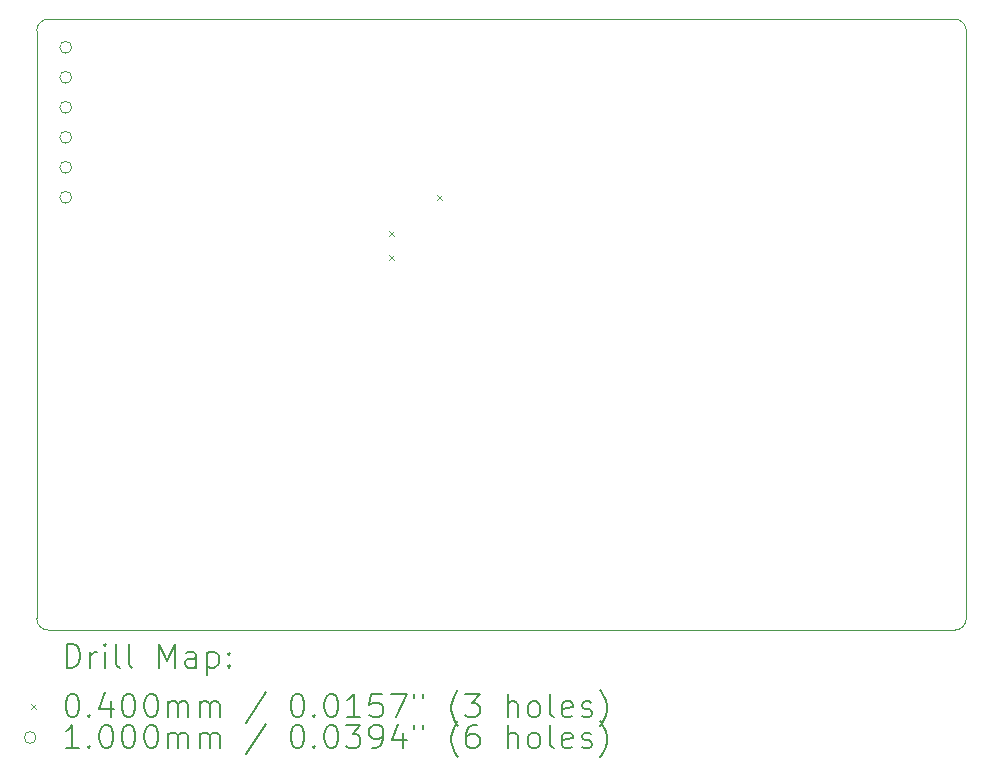
<source format=gbr>
%TF.GenerationSoftware,KiCad,Pcbnew,7.0.5*%
%TF.CreationDate,2025-04-23T02:04:17+08:00*%
%TF.ProjectId,touch-test-board,746f7563-682d-4746-9573-742d626f6172,rev?*%
%TF.SameCoordinates,Original*%
%TF.FileFunction,Drillmap*%
%TF.FilePolarity,Positive*%
%FSLAX45Y45*%
G04 Gerber Fmt 4.5, Leading zero omitted, Abs format (unit mm)*
G04 Created by KiCad (PCBNEW 7.0.5) date 2025-04-23 02:04:17*
%MOMM*%
%LPD*%
G01*
G04 APERTURE LIST*
%ADD10C,0.100000*%
%ADD11C,0.200000*%
%ADD12C,0.040000*%
G04 APERTURE END LIST*
D10*
X10444961Y-7302700D02*
X18116765Y-7302700D01*
X18216760Y-7402700D02*
G75*
G03*
X18116765Y-7302700I-100000J0D01*
G01*
X10344961Y-12375857D02*
X10344961Y-7402700D01*
X10344963Y-12375857D02*
G75*
G03*
X10444961Y-12475857I99997J-3D01*
G01*
X18216765Y-7402700D02*
X18216765Y-12375857D01*
X18116765Y-12475865D02*
G75*
G03*
X18216765Y-12375857I5J99995D01*
G01*
X18116765Y-12475857D02*
X10444961Y-12475857D01*
X10444961Y-7302701D02*
G75*
G03*
X10344961Y-7402700I-1J-99999D01*
G01*
D11*
D12*
X13328004Y-9299300D02*
X13368004Y-9339300D01*
X13368004Y-9299300D02*
X13328004Y-9339300D01*
X13329177Y-9097273D02*
X13369177Y-9137273D01*
X13369177Y-9097273D02*
X13329177Y-9137273D01*
X13734404Y-8791300D02*
X13774404Y-8831300D01*
X13774404Y-8791300D02*
X13734404Y-8831300D01*
D10*
X10641800Y-7541300D02*
G75*
G03*
X10641800Y-7541300I-50000J0D01*
G01*
X10641800Y-7795300D02*
G75*
G03*
X10641800Y-7795300I-50000J0D01*
G01*
X10641800Y-8049300D02*
G75*
G03*
X10641800Y-8049300I-50000J0D01*
G01*
X10641800Y-8303300D02*
G75*
G03*
X10641800Y-8303300I-50000J0D01*
G01*
X10641800Y-8557300D02*
G75*
G03*
X10641800Y-8557300I-50000J0D01*
G01*
X10641800Y-8811300D02*
G75*
G03*
X10641800Y-8811300I-50000J0D01*
G01*
D11*
X10600738Y-12792349D02*
X10600738Y-12592349D01*
X10600738Y-12592349D02*
X10648357Y-12592349D01*
X10648357Y-12592349D02*
X10676928Y-12601872D01*
X10676928Y-12601872D02*
X10695976Y-12620920D01*
X10695976Y-12620920D02*
X10705500Y-12639968D01*
X10705500Y-12639968D02*
X10715024Y-12678063D01*
X10715024Y-12678063D02*
X10715024Y-12706634D01*
X10715024Y-12706634D02*
X10705500Y-12744729D01*
X10705500Y-12744729D02*
X10695976Y-12763777D01*
X10695976Y-12763777D02*
X10676928Y-12782825D01*
X10676928Y-12782825D02*
X10648357Y-12792349D01*
X10648357Y-12792349D02*
X10600738Y-12792349D01*
X10800738Y-12792349D02*
X10800738Y-12659015D01*
X10800738Y-12697110D02*
X10810262Y-12678063D01*
X10810262Y-12678063D02*
X10819786Y-12668539D01*
X10819786Y-12668539D02*
X10838833Y-12659015D01*
X10838833Y-12659015D02*
X10857881Y-12659015D01*
X10924547Y-12792349D02*
X10924547Y-12659015D01*
X10924547Y-12592349D02*
X10915024Y-12601872D01*
X10915024Y-12601872D02*
X10924547Y-12611396D01*
X10924547Y-12611396D02*
X10934071Y-12601872D01*
X10934071Y-12601872D02*
X10924547Y-12592349D01*
X10924547Y-12592349D02*
X10924547Y-12611396D01*
X11048357Y-12792349D02*
X11029309Y-12782825D01*
X11029309Y-12782825D02*
X11019786Y-12763777D01*
X11019786Y-12763777D02*
X11019786Y-12592349D01*
X11153119Y-12792349D02*
X11134071Y-12782825D01*
X11134071Y-12782825D02*
X11124547Y-12763777D01*
X11124547Y-12763777D02*
X11124547Y-12592349D01*
X11381690Y-12792349D02*
X11381690Y-12592349D01*
X11381690Y-12592349D02*
X11448357Y-12735206D01*
X11448357Y-12735206D02*
X11515024Y-12592349D01*
X11515024Y-12592349D02*
X11515024Y-12792349D01*
X11695976Y-12792349D02*
X11695976Y-12687587D01*
X11695976Y-12687587D02*
X11686452Y-12668539D01*
X11686452Y-12668539D02*
X11667405Y-12659015D01*
X11667405Y-12659015D02*
X11629309Y-12659015D01*
X11629309Y-12659015D02*
X11610262Y-12668539D01*
X11695976Y-12782825D02*
X11676928Y-12792349D01*
X11676928Y-12792349D02*
X11629309Y-12792349D01*
X11629309Y-12792349D02*
X11610262Y-12782825D01*
X11610262Y-12782825D02*
X11600738Y-12763777D01*
X11600738Y-12763777D02*
X11600738Y-12744729D01*
X11600738Y-12744729D02*
X11610262Y-12725682D01*
X11610262Y-12725682D02*
X11629309Y-12716158D01*
X11629309Y-12716158D02*
X11676928Y-12716158D01*
X11676928Y-12716158D02*
X11695976Y-12706634D01*
X11791214Y-12659015D02*
X11791214Y-12859015D01*
X11791214Y-12668539D02*
X11810262Y-12659015D01*
X11810262Y-12659015D02*
X11848357Y-12659015D01*
X11848357Y-12659015D02*
X11867405Y-12668539D01*
X11867405Y-12668539D02*
X11876928Y-12678063D01*
X11876928Y-12678063D02*
X11886452Y-12697110D01*
X11886452Y-12697110D02*
X11886452Y-12754253D01*
X11886452Y-12754253D02*
X11876928Y-12773301D01*
X11876928Y-12773301D02*
X11867405Y-12782825D01*
X11867405Y-12782825D02*
X11848357Y-12792349D01*
X11848357Y-12792349D02*
X11810262Y-12792349D01*
X11810262Y-12792349D02*
X11791214Y-12782825D01*
X11972166Y-12773301D02*
X11981690Y-12782825D01*
X11981690Y-12782825D02*
X11972166Y-12792349D01*
X11972166Y-12792349D02*
X11962643Y-12782825D01*
X11962643Y-12782825D02*
X11972166Y-12773301D01*
X11972166Y-12773301D02*
X11972166Y-12792349D01*
X11972166Y-12668539D02*
X11981690Y-12678063D01*
X11981690Y-12678063D02*
X11972166Y-12687587D01*
X11972166Y-12687587D02*
X11962643Y-12678063D01*
X11962643Y-12678063D02*
X11972166Y-12668539D01*
X11972166Y-12668539D02*
X11972166Y-12687587D01*
D12*
X10299961Y-13100865D02*
X10339961Y-13140865D01*
X10339961Y-13100865D02*
X10299961Y-13140865D01*
D11*
X10638833Y-13012349D02*
X10657881Y-13012349D01*
X10657881Y-13012349D02*
X10676928Y-13021872D01*
X10676928Y-13021872D02*
X10686452Y-13031396D01*
X10686452Y-13031396D02*
X10695976Y-13050444D01*
X10695976Y-13050444D02*
X10705500Y-13088539D01*
X10705500Y-13088539D02*
X10705500Y-13136158D01*
X10705500Y-13136158D02*
X10695976Y-13174253D01*
X10695976Y-13174253D02*
X10686452Y-13193301D01*
X10686452Y-13193301D02*
X10676928Y-13202825D01*
X10676928Y-13202825D02*
X10657881Y-13212349D01*
X10657881Y-13212349D02*
X10638833Y-13212349D01*
X10638833Y-13212349D02*
X10619786Y-13202825D01*
X10619786Y-13202825D02*
X10610262Y-13193301D01*
X10610262Y-13193301D02*
X10600738Y-13174253D01*
X10600738Y-13174253D02*
X10591214Y-13136158D01*
X10591214Y-13136158D02*
X10591214Y-13088539D01*
X10591214Y-13088539D02*
X10600738Y-13050444D01*
X10600738Y-13050444D02*
X10610262Y-13031396D01*
X10610262Y-13031396D02*
X10619786Y-13021872D01*
X10619786Y-13021872D02*
X10638833Y-13012349D01*
X10791214Y-13193301D02*
X10800738Y-13202825D01*
X10800738Y-13202825D02*
X10791214Y-13212349D01*
X10791214Y-13212349D02*
X10781690Y-13202825D01*
X10781690Y-13202825D02*
X10791214Y-13193301D01*
X10791214Y-13193301D02*
X10791214Y-13212349D01*
X10972167Y-13079015D02*
X10972167Y-13212349D01*
X10924547Y-13002825D02*
X10876928Y-13145682D01*
X10876928Y-13145682D02*
X11000738Y-13145682D01*
X11115024Y-13012349D02*
X11134071Y-13012349D01*
X11134071Y-13012349D02*
X11153119Y-13021872D01*
X11153119Y-13021872D02*
X11162643Y-13031396D01*
X11162643Y-13031396D02*
X11172167Y-13050444D01*
X11172167Y-13050444D02*
X11181690Y-13088539D01*
X11181690Y-13088539D02*
X11181690Y-13136158D01*
X11181690Y-13136158D02*
X11172167Y-13174253D01*
X11172167Y-13174253D02*
X11162643Y-13193301D01*
X11162643Y-13193301D02*
X11153119Y-13202825D01*
X11153119Y-13202825D02*
X11134071Y-13212349D01*
X11134071Y-13212349D02*
X11115024Y-13212349D01*
X11115024Y-13212349D02*
X11095976Y-13202825D01*
X11095976Y-13202825D02*
X11086452Y-13193301D01*
X11086452Y-13193301D02*
X11076928Y-13174253D01*
X11076928Y-13174253D02*
X11067405Y-13136158D01*
X11067405Y-13136158D02*
X11067405Y-13088539D01*
X11067405Y-13088539D02*
X11076928Y-13050444D01*
X11076928Y-13050444D02*
X11086452Y-13031396D01*
X11086452Y-13031396D02*
X11095976Y-13021872D01*
X11095976Y-13021872D02*
X11115024Y-13012349D01*
X11305500Y-13012349D02*
X11324547Y-13012349D01*
X11324547Y-13012349D02*
X11343595Y-13021872D01*
X11343595Y-13021872D02*
X11353119Y-13031396D01*
X11353119Y-13031396D02*
X11362643Y-13050444D01*
X11362643Y-13050444D02*
X11372166Y-13088539D01*
X11372166Y-13088539D02*
X11372166Y-13136158D01*
X11372166Y-13136158D02*
X11362643Y-13174253D01*
X11362643Y-13174253D02*
X11353119Y-13193301D01*
X11353119Y-13193301D02*
X11343595Y-13202825D01*
X11343595Y-13202825D02*
X11324547Y-13212349D01*
X11324547Y-13212349D02*
X11305500Y-13212349D01*
X11305500Y-13212349D02*
X11286452Y-13202825D01*
X11286452Y-13202825D02*
X11276928Y-13193301D01*
X11276928Y-13193301D02*
X11267405Y-13174253D01*
X11267405Y-13174253D02*
X11257881Y-13136158D01*
X11257881Y-13136158D02*
X11257881Y-13088539D01*
X11257881Y-13088539D02*
X11267405Y-13050444D01*
X11267405Y-13050444D02*
X11276928Y-13031396D01*
X11276928Y-13031396D02*
X11286452Y-13021872D01*
X11286452Y-13021872D02*
X11305500Y-13012349D01*
X11457881Y-13212349D02*
X11457881Y-13079015D01*
X11457881Y-13098063D02*
X11467405Y-13088539D01*
X11467405Y-13088539D02*
X11486452Y-13079015D01*
X11486452Y-13079015D02*
X11515024Y-13079015D01*
X11515024Y-13079015D02*
X11534071Y-13088539D01*
X11534071Y-13088539D02*
X11543595Y-13107587D01*
X11543595Y-13107587D02*
X11543595Y-13212349D01*
X11543595Y-13107587D02*
X11553119Y-13088539D01*
X11553119Y-13088539D02*
X11572166Y-13079015D01*
X11572166Y-13079015D02*
X11600738Y-13079015D01*
X11600738Y-13079015D02*
X11619786Y-13088539D01*
X11619786Y-13088539D02*
X11629309Y-13107587D01*
X11629309Y-13107587D02*
X11629309Y-13212349D01*
X11724547Y-13212349D02*
X11724547Y-13079015D01*
X11724547Y-13098063D02*
X11734071Y-13088539D01*
X11734071Y-13088539D02*
X11753119Y-13079015D01*
X11753119Y-13079015D02*
X11781690Y-13079015D01*
X11781690Y-13079015D02*
X11800738Y-13088539D01*
X11800738Y-13088539D02*
X11810262Y-13107587D01*
X11810262Y-13107587D02*
X11810262Y-13212349D01*
X11810262Y-13107587D02*
X11819786Y-13088539D01*
X11819786Y-13088539D02*
X11838833Y-13079015D01*
X11838833Y-13079015D02*
X11867405Y-13079015D01*
X11867405Y-13079015D02*
X11886452Y-13088539D01*
X11886452Y-13088539D02*
X11895976Y-13107587D01*
X11895976Y-13107587D02*
X11895976Y-13212349D01*
X12286452Y-13002825D02*
X12115024Y-13259968D01*
X12543595Y-13012349D02*
X12562643Y-13012349D01*
X12562643Y-13012349D02*
X12581690Y-13021872D01*
X12581690Y-13021872D02*
X12591214Y-13031396D01*
X12591214Y-13031396D02*
X12600738Y-13050444D01*
X12600738Y-13050444D02*
X12610262Y-13088539D01*
X12610262Y-13088539D02*
X12610262Y-13136158D01*
X12610262Y-13136158D02*
X12600738Y-13174253D01*
X12600738Y-13174253D02*
X12591214Y-13193301D01*
X12591214Y-13193301D02*
X12581690Y-13202825D01*
X12581690Y-13202825D02*
X12562643Y-13212349D01*
X12562643Y-13212349D02*
X12543595Y-13212349D01*
X12543595Y-13212349D02*
X12524548Y-13202825D01*
X12524548Y-13202825D02*
X12515024Y-13193301D01*
X12515024Y-13193301D02*
X12505500Y-13174253D01*
X12505500Y-13174253D02*
X12495976Y-13136158D01*
X12495976Y-13136158D02*
X12495976Y-13088539D01*
X12495976Y-13088539D02*
X12505500Y-13050444D01*
X12505500Y-13050444D02*
X12515024Y-13031396D01*
X12515024Y-13031396D02*
X12524548Y-13021872D01*
X12524548Y-13021872D02*
X12543595Y-13012349D01*
X12695976Y-13193301D02*
X12705500Y-13202825D01*
X12705500Y-13202825D02*
X12695976Y-13212349D01*
X12695976Y-13212349D02*
X12686452Y-13202825D01*
X12686452Y-13202825D02*
X12695976Y-13193301D01*
X12695976Y-13193301D02*
X12695976Y-13212349D01*
X12829309Y-13012349D02*
X12848357Y-13012349D01*
X12848357Y-13012349D02*
X12867405Y-13021872D01*
X12867405Y-13021872D02*
X12876929Y-13031396D01*
X12876929Y-13031396D02*
X12886452Y-13050444D01*
X12886452Y-13050444D02*
X12895976Y-13088539D01*
X12895976Y-13088539D02*
X12895976Y-13136158D01*
X12895976Y-13136158D02*
X12886452Y-13174253D01*
X12886452Y-13174253D02*
X12876929Y-13193301D01*
X12876929Y-13193301D02*
X12867405Y-13202825D01*
X12867405Y-13202825D02*
X12848357Y-13212349D01*
X12848357Y-13212349D02*
X12829309Y-13212349D01*
X12829309Y-13212349D02*
X12810262Y-13202825D01*
X12810262Y-13202825D02*
X12800738Y-13193301D01*
X12800738Y-13193301D02*
X12791214Y-13174253D01*
X12791214Y-13174253D02*
X12781690Y-13136158D01*
X12781690Y-13136158D02*
X12781690Y-13088539D01*
X12781690Y-13088539D02*
X12791214Y-13050444D01*
X12791214Y-13050444D02*
X12800738Y-13031396D01*
X12800738Y-13031396D02*
X12810262Y-13021872D01*
X12810262Y-13021872D02*
X12829309Y-13012349D01*
X13086452Y-13212349D02*
X12972167Y-13212349D01*
X13029309Y-13212349D02*
X13029309Y-13012349D01*
X13029309Y-13012349D02*
X13010262Y-13040920D01*
X13010262Y-13040920D02*
X12991214Y-13059968D01*
X12991214Y-13059968D02*
X12972167Y-13069491D01*
X13267405Y-13012349D02*
X13172167Y-13012349D01*
X13172167Y-13012349D02*
X13162643Y-13107587D01*
X13162643Y-13107587D02*
X13172167Y-13098063D01*
X13172167Y-13098063D02*
X13191214Y-13088539D01*
X13191214Y-13088539D02*
X13238833Y-13088539D01*
X13238833Y-13088539D02*
X13257881Y-13098063D01*
X13257881Y-13098063D02*
X13267405Y-13107587D01*
X13267405Y-13107587D02*
X13276929Y-13126634D01*
X13276929Y-13126634D02*
X13276929Y-13174253D01*
X13276929Y-13174253D02*
X13267405Y-13193301D01*
X13267405Y-13193301D02*
X13257881Y-13202825D01*
X13257881Y-13202825D02*
X13238833Y-13212349D01*
X13238833Y-13212349D02*
X13191214Y-13212349D01*
X13191214Y-13212349D02*
X13172167Y-13202825D01*
X13172167Y-13202825D02*
X13162643Y-13193301D01*
X13343595Y-13012349D02*
X13476929Y-13012349D01*
X13476929Y-13012349D02*
X13391214Y-13212349D01*
X13543595Y-13012349D02*
X13543595Y-13050444D01*
X13619786Y-13012349D02*
X13619786Y-13050444D01*
X13915024Y-13288539D02*
X13905500Y-13279015D01*
X13905500Y-13279015D02*
X13886452Y-13250444D01*
X13886452Y-13250444D02*
X13876929Y-13231396D01*
X13876929Y-13231396D02*
X13867405Y-13202825D01*
X13867405Y-13202825D02*
X13857881Y-13155206D01*
X13857881Y-13155206D02*
X13857881Y-13117110D01*
X13857881Y-13117110D02*
X13867405Y-13069491D01*
X13867405Y-13069491D02*
X13876929Y-13040920D01*
X13876929Y-13040920D02*
X13886452Y-13021872D01*
X13886452Y-13021872D02*
X13905500Y-12993301D01*
X13905500Y-12993301D02*
X13915024Y-12983777D01*
X13972167Y-13012349D02*
X14095976Y-13012349D01*
X14095976Y-13012349D02*
X14029310Y-13088539D01*
X14029310Y-13088539D02*
X14057881Y-13088539D01*
X14057881Y-13088539D02*
X14076929Y-13098063D01*
X14076929Y-13098063D02*
X14086452Y-13107587D01*
X14086452Y-13107587D02*
X14095976Y-13126634D01*
X14095976Y-13126634D02*
X14095976Y-13174253D01*
X14095976Y-13174253D02*
X14086452Y-13193301D01*
X14086452Y-13193301D02*
X14076929Y-13202825D01*
X14076929Y-13202825D02*
X14057881Y-13212349D01*
X14057881Y-13212349D02*
X14000738Y-13212349D01*
X14000738Y-13212349D02*
X13981691Y-13202825D01*
X13981691Y-13202825D02*
X13972167Y-13193301D01*
X14334072Y-13212349D02*
X14334072Y-13012349D01*
X14419786Y-13212349D02*
X14419786Y-13107587D01*
X14419786Y-13107587D02*
X14410262Y-13088539D01*
X14410262Y-13088539D02*
X14391214Y-13079015D01*
X14391214Y-13079015D02*
X14362643Y-13079015D01*
X14362643Y-13079015D02*
X14343595Y-13088539D01*
X14343595Y-13088539D02*
X14334072Y-13098063D01*
X14543595Y-13212349D02*
X14524548Y-13202825D01*
X14524548Y-13202825D02*
X14515024Y-13193301D01*
X14515024Y-13193301D02*
X14505500Y-13174253D01*
X14505500Y-13174253D02*
X14505500Y-13117110D01*
X14505500Y-13117110D02*
X14515024Y-13098063D01*
X14515024Y-13098063D02*
X14524548Y-13088539D01*
X14524548Y-13088539D02*
X14543595Y-13079015D01*
X14543595Y-13079015D02*
X14572167Y-13079015D01*
X14572167Y-13079015D02*
X14591214Y-13088539D01*
X14591214Y-13088539D02*
X14600738Y-13098063D01*
X14600738Y-13098063D02*
X14610262Y-13117110D01*
X14610262Y-13117110D02*
X14610262Y-13174253D01*
X14610262Y-13174253D02*
X14600738Y-13193301D01*
X14600738Y-13193301D02*
X14591214Y-13202825D01*
X14591214Y-13202825D02*
X14572167Y-13212349D01*
X14572167Y-13212349D02*
X14543595Y-13212349D01*
X14724548Y-13212349D02*
X14705500Y-13202825D01*
X14705500Y-13202825D02*
X14695976Y-13183777D01*
X14695976Y-13183777D02*
X14695976Y-13012349D01*
X14876929Y-13202825D02*
X14857881Y-13212349D01*
X14857881Y-13212349D02*
X14819786Y-13212349D01*
X14819786Y-13212349D02*
X14800738Y-13202825D01*
X14800738Y-13202825D02*
X14791214Y-13183777D01*
X14791214Y-13183777D02*
X14791214Y-13107587D01*
X14791214Y-13107587D02*
X14800738Y-13088539D01*
X14800738Y-13088539D02*
X14819786Y-13079015D01*
X14819786Y-13079015D02*
X14857881Y-13079015D01*
X14857881Y-13079015D02*
X14876929Y-13088539D01*
X14876929Y-13088539D02*
X14886453Y-13107587D01*
X14886453Y-13107587D02*
X14886453Y-13126634D01*
X14886453Y-13126634D02*
X14791214Y-13145682D01*
X14962643Y-13202825D02*
X14981691Y-13212349D01*
X14981691Y-13212349D02*
X15019786Y-13212349D01*
X15019786Y-13212349D02*
X15038834Y-13202825D01*
X15038834Y-13202825D02*
X15048357Y-13183777D01*
X15048357Y-13183777D02*
X15048357Y-13174253D01*
X15048357Y-13174253D02*
X15038834Y-13155206D01*
X15038834Y-13155206D02*
X15019786Y-13145682D01*
X15019786Y-13145682D02*
X14991214Y-13145682D01*
X14991214Y-13145682D02*
X14972167Y-13136158D01*
X14972167Y-13136158D02*
X14962643Y-13117110D01*
X14962643Y-13117110D02*
X14962643Y-13107587D01*
X14962643Y-13107587D02*
X14972167Y-13088539D01*
X14972167Y-13088539D02*
X14991214Y-13079015D01*
X14991214Y-13079015D02*
X15019786Y-13079015D01*
X15019786Y-13079015D02*
X15038834Y-13088539D01*
X15115024Y-13288539D02*
X15124548Y-13279015D01*
X15124548Y-13279015D02*
X15143595Y-13250444D01*
X15143595Y-13250444D02*
X15153119Y-13231396D01*
X15153119Y-13231396D02*
X15162643Y-13202825D01*
X15162643Y-13202825D02*
X15172167Y-13155206D01*
X15172167Y-13155206D02*
X15172167Y-13117110D01*
X15172167Y-13117110D02*
X15162643Y-13069491D01*
X15162643Y-13069491D02*
X15153119Y-13040920D01*
X15153119Y-13040920D02*
X15143595Y-13021872D01*
X15143595Y-13021872D02*
X15124548Y-12993301D01*
X15124548Y-12993301D02*
X15115024Y-12983777D01*
D10*
X10339961Y-13384865D02*
G75*
G03*
X10339961Y-13384865I-50000J0D01*
G01*
D11*
X10705500Y-13476349D02*
X10591214Y-13476349D01*
X10648357Y-13476349D02*
X10648357Y-13276349D01*
X10648357Y-13276349D02*
X10629309Y-13304920D01*
X10629309Y-13304920D02*
X10610262Y-13323968D01*
X10610262Y-13323968D02*
X10591214Y-13333491D01*
X10791214Y-13457301D02*
X10800738Y-13466825D01*
X10800738Y-13466825D02*
X10791214Y-13476349D01*
X10791214Y-13476349D02*
X10781690Y-13466825D01*
X10781690Y-13466825D02*
X10791214Y-13457301D01*
X10791214Y-13457301D02*
X10791214Y-13476349D01*
X10924547Y-13276349D02*
X10943595Y-13276349D01*
X10943595Y-13276349D02*
X10962643Y-13285872D01*
X10962643Y-13285872D02*
X10972167Y-13295396D01*
X10972167Y-13295396D02*
X10981690Y-13314444D01*
X10981690Y-13314444D02*
X10991214Y-13352539D01*
X10991214Y-13352539D02*
X10991214Y-13400158D01*
X10991214Y-13400158D02*
X10981690Y-13438253D01*
X10981690Y-13438253D02*
X10972167Y-13457301D01*
X10972167Y-13457301D02*
X10962643Y-13466825D01*
X10962643Y-13466825D02*
X10943595Y-13476349D01*
X10943595Y-13476349D02*
X10924547Y-13476349D01*
X10924547Y-13476349D02*
X10905500Y-13466825D01*
X10905500Y-13466825D02*
X10895976Y-13457301D01*
X10895976Y-13457301D02*
X10886452Y-13438253D01*
X10886452Y-13438253D02*
X10876928Y-13400158D01*
X10876928Y-13400158D02*
X10876928Y-13352539D01*
X10876928Y-13352539D02*
X10886452Y-13314444D01*
X10886452Y-13314444D02*
X10895976Y-13295396D01*
X10895976Y-13295396D02*
X10905500Y-13285872D01*
X10905500Y-13285872D02*
X10924547Y-13276349D01*
X11115024Y-13276349D02*
X11134071Y-13276349D01*
X11134071Y-13276349D02*
X11153119Y-13285872D01*
X11153119Y-13285872D02*
X11162643Y-13295396D01*
X11162643Y-13295396D02*
X11172167Y-13314444D01*
X11172167Y-13314444D02*
X11181690Y-13352539D01*
X11181690Y-13352539D02*
X11181690Y-13400158D01*
X11181690Y-13400158D02*
X11172167Y-13438253D01*
X11172167Y-13438253D02*
X11162643Y-13457301D01*
X11162643Y-13457301D02*
X11153119Y-13466825D01*
X11153119Y-13466825D02*
X11134071Y-13476349D01*
X11134071Y-13476349D02*
X11115024Y-13476349D01*
X11115024Y-13476349D02*
X11095976Y-13466825D01*
X11095976Y-13466825D02*
X11086452Y-13457301D01*
X11086452Y-13457301D02*
X11076928Y-13438253D01*
X11076928Y-13438253D02*
X11067405Y-13400158D01*
X11067405Y-13400158D02*
X11067405Y-13352539D01*
X11067405Y-13352539D02*
X11076928Y-13314444D01*
X11076928Y-13314444D02*
X11086452Y-13295396D01*
X11086452Y-13295396D02*
X11095976Y-13285872D01*
X11095976Y-13285872D02*
X11115024Y-13276349D01*
X11305500Y-13276349D02*
X11324547Y-13276349D01*
X11324547Y-13276349D02*
X11343595Y-13285872D01*
X11343595Y-13285872D02*
X11353119Y-13295396D01*
X11353119Y-13295396D02*
X11362643Y-13314444D01*
X11362643Y-13314444D02*
X11372166Y-13352539D01*
X11372166Y-13352539D02*
X11372166Y-13400158D01*
X11372166Y-13400158D02*
X11362643Y-13438253D01*
X11362643Y-13438253D02*
X11353119Y-13457301D01*
X11353119Y-13457301D02*
X11343595Y-13466825D01*
X11343595Y-13466825D02*
X11324547Y-13476349D01*
X11324547Y-13476349D02*
X11305500Y-13476349D01*
X11305500Y-13476349D02*
X11286452Y-13466825D01*
X11286452Y-13466825D02*
X11276928Y-13457301D01*
X11276928Y-13457301D02*
X11267405Y-13438253D01*
X11267405Y-13438253D02*
X11257881Y-13400158D01*
X11257881Y-13400158D02*
X11257881Y-13352539D01*
X11257881Y-13352539D02*
X11267405Y-13314444D01*
X11267405Y-13314444D02*
X11276928Y-13295396D01*
X11276928Y-13295396D02*
X11286452Y-13285872D01*
X11286452Y-13285872D02*
X11305500Y-13276349D01*
X11457881Y-13476349D02*
X11457881Y-13343015D01*
X11457881Y-13362063D02*
X11467405Y-13352539D01*
X11467405Y-13352539D02*
X11486452Y-13343015D01*
X11486452Y-13343015D02*
X11515024Y-13343015D01*
X11515024Y-13343015D02*
X11534071Y-13352539D01*
X11534071Y-13352539D02*
X11543595Y-13371587D01*
X11543595Y-13371587D02*
X11543595Y-13476349D01*
X11543595Y-13371587D02*
X11553119Y-13352539D01*
X11553119Y-13352539D02*
X11572166Y-13343015D01*
X11572166Y-13343015D02*
X11600738Y-13343015D01*
X11600738Y-13343015D02*
X11619786Y-13352539D01*
X11619786Y-13352539D02*
X11629309Y-13371587D01*
X11629309Y-13371587D02*
X11629309Y-13476349D01*
X11724547Y-13476349D02*
X11724547Y-13343015D01*
X11724547Y-13362063D02*
X11734071Y-13352539D01*
X11734071Y-13352539D02*
X11753119Y-13343015D01*
X11753119Y-13343015D02*
X11781690Y-13343015D01*
X11781690Y-13343015D02*
X11800738Y-13352539D01*
X11800738Y-13352539D02*
X11810262Y-13371587D01*
X11810262Y-13371587D02*
X11810262Y-13476349D01*
X11810262Y-13371587D02*
X11819786Y-13352539D01*
X11819786Y-13352539D02*
X11838833Y-13343015D01*
X11838833Y-13343015D02*
X11867405Y-13343015D01*
X11867405Y-13343015D02*
X11886452Y-13352539D01*
X11886452Y-13352539D02*
X11895976Y-13371587D01*
X11895976Y-13371587D02*
X11895976Y-13476349D01*
X12286452Y-13266825D02*
X12115024Y-13523968D01*
X12543595Y-13276349D02*
X12562643Y-13276349D01*
X12562643Y-13276349D02*
X12581690Y-13285872D01*
X12581690Y-13285872D02*
X12591214Y-13295396D01*
X12591214Y-13295396D02*
X12600738Y-13314444D01*
X12600738Y-13314444D02*
X12610262Y-13352539D01*
X12610262Y-13352539D02*
X12610262Y-13400158D01*
X12610262Y-13400158D02*
X12600738Y-13438253D01*
X12600738Y-13438253D02*
X12591214Y-13457301D01*
X12591214Y-13457301D02*
X12581690Y-13466825D01*
X12581690Y-13466825D02*
X12562643Y-13476349D01*
X12562643Y-13476349D02*
X12543595Y-13476349D01*
X12543595Y-13476349D02*
X12524548Y-13466825D01*
X12524548Y-13466825D02*
X12515024Y-13457301D01*
X12515024Y-13457301D02*
X12505500Y-13438253D01*
X12505500Y-13438253D02*
X12495976Y-13400158D01*
X12495976Y-13400158D02*
X12495976Y-13352539D01*
X12495976Y-13352539D02*
X12505500Y-13314444D01*
X12505500Y-13314444D02*
X12515024Y-13295396D01*
X12515024Y-13295396D02*
X12524548Y-13285872D01*
X12524548Y-13285872D02*
X12543595Y-13276349D01*
X12695976Y-13457301D02*
X12705500Y-13466825D01*
X12705500Y-13466825D02*
X12695976Y-13476349D01*
X12695976Y-13476349D02*
X12686452Y-13466825D01*
X12686452Y-13466825D02*
X12695976Y-13457301D01*
X12695976Y-13457301D02*
X12695976Y-13476349D01*
X12829309Y-13276349D02*
X12848357Y-13276349D01*
X12848357Y-13276349D02*
X12867405Y-13285872D01*
X12867405Y-13285872D02*
X12876929Y-13295396D01*
X12876929Y-13295396D02*
X12886452Y-13314444D01*
X12886452Y-13314444D02*
X12895976Y-13352539D01*
X12895976Y-13352539D02*
X12895976Y-13400158D01*
X12895976Y-13400158D02*
X12886452Y-13438253D01*
X12886452Y-13438253D02*
X12876929Y-13457301D01*
X12876929Y-13457301D02*
X12867405Y-13466825D01*
X12867405Y-13466825D02*
X12848357Y-13476349D01*
X12848357Y-13476349D02*
X12829309Y-13476349D01*
X12829309Y-13476349D02*
X12810262Y-13466825D01*
X12810262Y-13466825D02*
X12800738Y-13457301D01*
X12800738Y-13457301D02*
X12791214Y-13438253D01*
X12791214Y-13438253D02*
X12781690Y-13400158D01*
X12781690Y-13400158D02*
X12781690Y-13352539D01*
X12781690Y-13352539D02*
X12791214Y-13314444D01*
X12791214Y-13314444D02*
X12800738Y-13295396D01*
X12800738Y-13295396D02*
X12810262Y-13285872D01*
X12810262Y-13285872D02*
X12829309Y-13276349D01*
X12962643Y-13276349D02*
X13086452Y-13276349D01*
X13086452Y-13276349D02*
X13019786Y-13352539D01*
X13019786Y-13352539D02*
X13048357Y-13352539D01*
X13048357Y-13352539D02*
X13067405Y-13362063D01*
X13067405Y-13362063D02*
X13076929Y-13371587D01*
X13076929Y-13371587D02*
X13086452Y-13390634D01*
X13086452Y-13390634D02*
X13086452Y-13438253D01*
X13086452Y-13438253D02*
X13076929Y-13457301D01*
X13076929Y-13457301D02*
X13067405Y-13466825D01*
X13067405Y-13466825D02*
X13048357Y-13476349D01*
X13048357Y-13476349D02*
X12991214Y-13476349D01*
X12991214Y-13476349D02*
X12972167Y-13466825D01*
X12972167Y-13466825D02*
X12962643Y-13457301D01*
X13181690Y-13476349D02*
X13219786Y-13476349D01*
X13219786Y-13476349D02*
X13238833Y-13466825D01*
X13238833Y-13466825D02*
X13248357Y-13457301D01*
X13248357Y-13457301D02*
X13267405Y-13428729D01*
X13267405Y-13428729D02*
X13276929Y-13390634D01*
X13276929Y-13390634D02*
X13276929Y-13314444D01*
X13276929Y-13314444D02*
X13267405Y-13295396D01*
X13267405Y-13295396D02*
X13257881Y-13285872D01*
X13257881Y-13285872D02*
X13238833Y-13276349D01*
X13238833Y-13276349D02*
X13200738Y-13276349D01*
X13200738Y-13276349D02*
X13181690Y-13285872D01*
X13181690Y-13285872D02*
X13172167Y-13295396D01*
X13172167Y-13295396D02*
X13162643Y-13314444D01*
X13162643Y-13314444D02*
X13162643Y-13362063D01*
X13162643Y-13362063D02*
X13172167Y-13381110D01*
X13172167Y-13381110D02*
X13181690Y-13390634D01*
X13181690Y-13390634D02*
X13200738Y-13400158D01*
X13200738Y-13400158D02*
X13238833Y-13400158D01*
X13238833Y-13400158D02*
X13257881Y-13390634D01*
X13257881Y-13390634D02*
X13267405Y-13381110D01*
X13267405Y-13381110D02*
X13276929Y-13362063D01*
X13448357Y-13343015D02*
X13448357Y-13476349D01*
X13400738Y-13266825D02*
X13353119Y-13409682D01*
X13353119Y-13409682D02*
X13476929Y-13409682D01*
X13543595Y-13276349D02*
X13543595Y-13314444D01*
X13619786Y-13276349D02*
X13619786Y-13314444D01*
X13915024Y-13552539D02*
X13905500Y-13543015D01*
X13905500Y-13543015D02*
X13886452Y-13514444D01*
X13886452Y-13514444D02*
X13876929Y-13495396D01*
X13876929Y-13495396D02*
X13867405Y-13466825D01*
X13867405Y-13466825D02*
X13857881Y-13419206D01*
X13857881Y-13419206D02*
X13857881Y-13381110D01*
X13857881Y-13381110D02*
X13867405Y-13333491D01*
X13867405Y-13333491D02*
X13876929Y-13304920D01*
X13876929Y-13304920D02*
X13886452Y-13285872D01*
X13886452Y-13285872D02*
X13905500Y-13257301D01*
X13905500Y-13257301D02*
X13915024Y-13247777D01*
X14076929Y-13276349D02*
X14038833Y-13276349D01*
X14038833Y-13276349D02*
X14019786Y-13285872D01*
X14019786Y-13285872D02*
X14010262Y-13295396D01*
X14010262Y-13295396D02*
X13991214Y-13323968D01*
X13991214Y-13323968D02*
X13981691Y-13362063D01*
X13981691Y-13362063D02*
X13981691Y-13438253D01*
X13981691Y-13438253D02*
X13991214Y-13457301D01*
X13991214Y-13457301D02*
X14000738Y-13466825D01*
X14000738Y-13466825D02*
X14019786Y-13476349D01*
X14019786Y-13476349D02*
X14057881Y-13476349D01*
X14057881Y-13476349D02*
X14076929Y-13466825D01*
X14076929Y-13466825D02*
X14086452Y-13457301D01*
X14086452Y-13457301D02*
X14095976Y-13438253D01*
X14095976Y-13438253D02*
X14095976Y-13390634D01*
X14095976Y-13390634D02*
X14086452Y-13371587D01*
X14086452Y-13371587D02*
X14076929Y-13362063D01*
X14076929Y-13362063D02*
X14057881Y-13352539D01*
X14057881Y-13352539D02*
X14019786Y-13352539D01*
X14019786Y-13352539D02*
X14000738Y-13362063D01*
X14000738Y-13362063D02*
X13991214Y-13371587D01*
X13991214Y-13371587D02*
X13981691Y-13390634D01*
X14334072Y-13476349D02*
X14334072Y-13276349D01*
X14419786Y-13476349D02*
X14419786Y-13371587D01*
X14419786Y-13371587D02*
X14410262Y-13352539D01*
X14410262Y-13352539D02*
X14391214Y-13343015D01*
X14391214Y-13343015D02*
X14362643Y-13343015D01*
X14362643Y-13343015D02*
X14343595Y-13352539D01*
X14343595Y-13352539D02*
X14334072Y-13362063D01*
X14543595Y-13476349D02*
X14524548Y-13466825D01*
X14524548Y-13466825D02*
X14515024Y-13457301D01*
X14515024Y-13457301D02*
X14505500Y-13438253D01*
X14505500Y-13438253D02*
X14505500Y-13381110D01*
X14505500Y-13381110D02*
X14515024Y-13362063D01*
X14515024Y-13362063D02*
X14524548Y-13352539D01*
X14524548Y-13352539D02*
X14543595Y-13343015D01*
X14543595Y-13343015D02*
X14572167Y-13343015D01*
X14572167Y-13343015D02*
X14591214Y-13352539D01*
X14591214Y-13352539D02*
X14600738Y-13362063D01*
X14600738Y-13362063D02*
X14610262Y-13381110D01*
X14610262Y-13381110D02*
X14610262Y-13438253D01*
X14610262Y-13438253D02*
X14600738Y-13457301D01*
X14600738Y-13457301D02*
X14591214Y-13466825D01*
X14591214Y-13466825D02*
X14572167Y-13476349D01*
X14572167Y-13476349D02*
X14543595Y-13476349D01*
X14724548Y-13476349D02*
X14705500Y-13466825D01*
X14705500Y-13466825D02*
X14695976Y-13447777D01*
X14695976Y-13447777D02*
X14695976Y-13276349D01*
X14876929Y-13466825D02*
X14857881Y-13476349D01*
X14857881Y-13476349D02*
X14819786Y-13476349D01*
X14819786Y-13476349D02*
X14800738Y-13466825D01*
X14800738Y-13466825D02*
X14791214Y-13447777D01*
X14791214Y-13447777D02*
X14791214Y-13371587D01*
X14791214Y-13371587D02*
X14800738Y-13352539D01*
X14800738Y-13352539D02*
X14819786Y-13343015D01*
X14819786Y-13343015D02*
X14857881Y-13343015D01*
X14857881Y-13343015D02*
X14876929Y-13352539D01*
X14876929Y-13352539D02*
X14886453Y-13371587D01*
X14886453Y-13371587D02*
X14886453Y-13390634D01*
X14886453Y-13390634D02*
X14791214Y-13409682D01*
X14962643Y-13466825D02*
X14981691Y-13476349D01*
X14981691Y-13476349D02*
X15019786Y-13476349D01*
X15019786Y-13476349D02*
X15038834Y-13466825D01*
X15038834Y-13466825D02*
X15048357Y-13447777D01*
X15048357Y-13447777D02*
X15048357Y-13438253D01*
X15048357Y-13438253D02*
X15038834Y-13419206D01*
X15038834Y-13419206D02*
X15019786Y-13409682D01*
X15019786Y-13409682D02*
X14991214Y-13409682D01*
X14991214Y-13409682D02*
X14972167Y-13400158D01*
X14972167Y-13400158D02*
X14962643Y-13381110D01*
X14962643Y-13381110D02*
X14962643Y-13371587D01*
X14962643Y-13371587D02*
X14972167Y-13352539D01*
X14972167Y-13352539D02*
X14991214Y-13343015D01*
X14991214Y-13343015D02*
X15019786Y-13343015D01*
X15019786Y-13343015D02*
X15038834Y-13352539D01*
X15115024Y-13552539D02*
X15124548Y-13543015D01*
X15124548Y-13543015D02*
X15143595Y-13514444D01*
X15143595Y-13514444D02*
X15153119Y-13495396D01*
X15153119Y-13495396D02*
X15162643Y-13466825D01*
X15162643Y-13466825D02*
X15172167Y-13419206D01*
X15172167Y-13419206D02*
X15172167Y-13381110D01*
X15172167Y-13381110D02*
X15162643Y-13333491D01*
X15162643Y-13333491D02*
X15153119Y-13304920D01*
X15153119Y-13304920D02*
X15143595Y-13285872D01*
X15143595Y-13285872D02*
X15124548Y-13257301D01*
X15124548Y-13257301D02*
X15115024Y-13247777D01*
M02*

</source>
